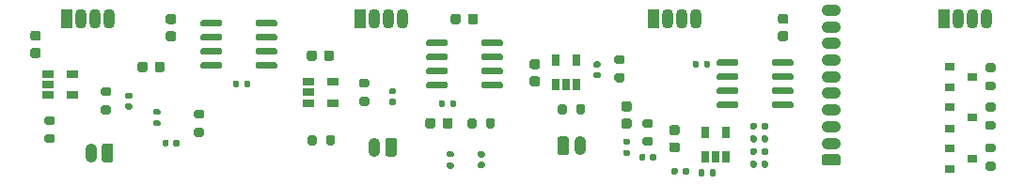
<source format=gbr>
G04 #@! TF.GenerationSoftware,KiCad,Pcbnew,(5.1.9)-1*
G04 #@! TF.CreationDate,2021-02-09T21:25:51+02:00*
G04 #@! TF.ProjectId,jantteri-secondary,6a616e74-7465-4726-992d-7365636f6e64,rev?*
G04 #@! TF.SameCoordinates,Original*
G04 #@! TF.FileFunction,Soldermask,Top*
G04 #@! TF.FilePolarity,Negative*
%FSLAX46Y46*%
G04 Gerber Fmt 4.6, Leading zero omitted, Abs format (unit mm)*
G04 Created by KiCad (PCBNEW (5.1.9)-1) date 2021-02-09 21:25:51*
%MOMM*%
%LPD*%
G01*
G04 APERTURE LIST*
%ADD10O,1.070000X1.800000*%
%ADD11R,1.070000X1.800000*%
%ADD12R,0.900000X0.800000*%
%ADD13R,1.060000X0.650000*%
%ADD14R,0.650000X1.060000*%
%ADD15O,1.030000X1.730000*%
%ADD16O,1.730000X1.030000*%
G04 APERTURE END LIST*
D10*
X111506000Y-67564000D03*
X110236000Y-67564000D03*
X108966000Y-67564000D03*
D11*
X107696000Y-67564000D03*
G36*
G01*
X60282000Y-74198000D02*
X60622000Y-74198000D01*
G75*
G02*
X60762000Y-74338000I0J-140000D01*
G01*
X60762000Y-74618000D01*
G75*
G02*
X60622000Y-74758000I-140000J0D01*
G01*
X60282000Y-74758000D01*
G75*
G02*
X60142000Y-74618000I0J140000D01*
G01*
X60142000Y-74338000D01*
G75*
G02*
X60282000Y-74198000I140000J0D01*
G01*
G37*
G36*
G01*
X60282000Y-75158000D02*
X60622000Y-75158000D01*
G75*
G02*
X60762000Y-75298000I0J-140000D01*
G01*
X60762000Y-75578000D01*
G75*
G02*
X60622000Y-75718000I-140000J0D01*
G01*
X60282000Y-75718000D01*
G75*
G02*
X60142000Y-75578000I0J140000D01*
G01*
X60142000Y-75298000D01*
G75*
G02*
X60282000Y-75158000I140000J0D01*
G01*
G37*
G36*
G01*
X52320000Y-71075000D02*
X51820000Y-71075000D01*
G75*
G02*
X51595000Y-70850000I0J225000D01*
G01*
X51595000Y-70400000D01*
G75*
G02*
X51820000Y-70175000I225000J0D01*
G01*
X52320000Y-70175000D01*
G75*
G02*
X52545000Y-70400000I0J-225000D01*
G01*
X52545000Y-70850000D01*
G75*
G02*
X52320000Y-71075000I-225000J0D01*
G01*
G37*
G36*
G01*
X52320000Y-69525000D02*
X51820000Y-69525000D01*
G75*
G02*
X51595000Y-69300000I0J225000D01*
G01*
X51595000Y-68850000D01*
G75*
G02*
X51820000Y-68625000I225000J0D01*
G01*
X52320000Y-68625000D01*
G75*
G02*
X52545000Y-68850000I0J-225000D01*
G01*
X52545000Y-69300000D01*
G75*
G02*
X52320000Y-69525000I-225000J0D01*
G01*
G37*
G36*
G01*
X63696000Y-71632000D02*
X63696000Y-72132000D01*
G75*
G02*
X63471000Y-72357000I-225000J0D01*
G01*
X63021000Y-72357000D01*
G75*
G02*
X62796000Y-72132000I0J225000D01*
G01*
X62796000Y-71632000D01*
G75*
G02*
X63021000Y-71407000I225000J0D01*
G01*
X63471000Y-71407000D01*
G75*
G02*
X63696000Y-71632000I0J-225000D01*
G01*
G37*
G36*
G01*
X62146000Y-71632000D02*
X62146000Y-72132000D01*
G75*
G02*
X61921000Y-72357000I-225000J0D01*
G01*
X61471000Y-72357000D01*
G75*
G02*
X61246000Y-72132000I0J225000D01*
G01*
X61246000Y-71632000D01*
G75*
G02*
X61471000Y-71407000I225000J0D01*
G01*
X61921000Y-71407000D01*
G75*
G02*
X62146000Y-71632000I0J-225000D01*
G01*
G37*
G36*
G01*
X65022000Y-78570000D02*
X65022000Y-78910000D01*
G75*
G02*
X64882000Y-79050000I-140000J0D01*
G01*
X64602000Y-79050000D01*
G75*
G02*
X64462000Y-78910000I0J140000D01*
G01*
X64462000Y-78570000D01*
G75*
G02*
X64602000Y-78430000I140000J0D01*
G01*
X64882000Y-78430000D01*
G75*
G02*
X65022000Y-78570000I0J-140000D01*
G01*
G37*
G36*
G01*
X64062000Y-78570000D02*
X64062000Y-78910000D01*
G75*
G02*
X63922000Y-79050000I-140000J0D01*
G01*
X63642000Y-79050000D01*
G75*
G02*
X63502000Y-78910000I0J140000D01*
G01*
X63502000Y-78570000D01*
G75*
G02*
X63642000Y-78430000I140000J0D01*
G01*
X63922000Y-78430000D01*
G75*
G02*
X64062000Y-78570000I0J-140000D01*
G01*
G37*
G36*
G01*
X64512000Y-69564000D02*
X64012000Y-69564000D01*
G75*
G02*
X63787000Y-69339000I0J225000D01*
G01*
X63787000Y-68889000D01*
G75*
G02*
X64012000Y-68664000I225000J0D01*
G01*
X64512000Y-68664000D01*
G75*
G02*
X64737000Y-68889000I0J-225000D01*
G01*
X64737000Y-69339000D01*
G75*
G02*
X64512000Y-69564000I-225000J0D01*
G01*
G37*
G36*
G01*
X64512000Y-68014000D02*
X64012000Y-68014000D01*
G75*
G02*
X63787000Y-67789000I0J225000D01*
G01*
X63787000Y-67339000D01*
G75*
G02*
X64012000Y-67114000I225000J0D01*
G01*
X64512000Y-67114000D01*
G75*
G02*
X64737000Y-67339000I0J-225000D01*
G01*
X64737000Y-67789000D01*
G75*
G02*
X64512000Y-68014000I-225000J0D01*
G01*
G37*
G36*
G01*
X109851000Y-78034000D02*
X109351000Y-78034000D01*
G75*
G02*
X109126000Y-77809000I0J225000D01*
G01*
X109126000Y-77359000D01*
G75*
G02*
X109351000Y-77134000I225000J0D01*
G01*
X109851000Y-77134000D01*
G75*
G02*
X110076000Y-77359000I0J-225000D01*
G01*
X110076000Y-77809000D01*
G75*
G02*
X109851000Y-78034000I-225000J0D01*
G01*
G37*
G36*
G01*
X109851000Y-79584000D02*
X109351000Y-79584000D01*
G75*
G02*
X109126000Y-79359000I0J225000D01*
G01*
X109126000Y-78909000D01*
G75*
G02*
X109351000Y-78684000I225000J0D01*
G01*
X109851000Y-78684000D01*
G75*
G02*
X110076000Y-78909000I0J-225000D01*
G01*
X110076000Y-79359000D01*
G75*
G02*
X109851000Y-79584000I-225000J0D01*
G01*
G37*
G36*
G01*
X84031000Y-74749000D02*
X84371000Y-74749000D01*
G75*
G02*
X84511000Y-74889000I0J-140000D01*
G01*
X84511000Y-75169000D01*
G75*
G02*
X84371000Y-75309000I-140000J0D01*
G01*
X84031000Y-75309000D01*
G75*
G02*
X83891000Y-75169000I0J140000D01*
G01*
X83891000Y-74889000D01*
G75*
G02*
X84031000Y-74749000I140000J0D01*
G01*
G37*
G36*
G01*
X84031000Y-73789000D02*
X84371000Y-73789000D01*
G75*
G02*
X84511000Y-73929000I0J-140000D01*
G01*
X84511000Y-74209000D01*
G75*
G02*
X84371000Y-74349000I-140000J0D01*
G01*
X84031000Y-74349000D01*
G75*
G02*
X83891000Y-74209000I0J140000D01*
G01*
X83891000Y-73929000D01*
G75*
G02*
X84031000Y-73789000I140000J0D01*
G01*
G37*
G36*
G01*
X77386000Y-70616000D02*
X77386000Y-71116000D01*
G75*
G02*
X77161000Y-71341000I-225000J0D01*
G01*
X76711000Y-71341000D01*
G75*
G02*
X76486000Y-71116000I0J225000D01*
G01*
X76486000Y-70616000D01*
G75*
G02*
X76711000Y-70391000I225000J0D01*
G01*
X77161000Y-70391000D01*
G75*
G02*
X77386000Y-70616000I0J-225000D01*
G01*
G37*
G36*
G01*
X78936000Y-70616000D02*
X78936000Y-71116000D01*
G75*
G02*
X78711000Y-71341000I-225000J0D01*
G01*
X78261000Y-71341000D01*
G75*
G02*
X78036000Y-71116000I0J225000D01*
G01*
X78036000Y-70616000D01*
G75*
G02*
X78261000Y-70391000I225000J0D01*
G01*
X78711000Y-70391000D01*
G75*
G02*
X78936000Y-70616000I0J-225000D01*
G01*
G37*
G36*
G01*
X89617000Y-76712000D02*
X89617000Y-77212000D01*
G75*
G02*
X89392000Y-77437000I-225000J0D01*
G01*
X88942000Y-77437000D01*
G75*
G02*
X88717000Y-77212000I0J225000D01*
G01*
X88717000Y-76712000D01*
G75*
G02*
X88942000Y-76487000I225000J0D01*
G01*
X89392000Y-76487000D01*
G75*
G02*
X89617000Y-76712000I0J-225000D01*
G01*
G37*
G36*
G01*
X88067000Y-76712000D02*
X88067000Y-77212000D01*
G75*
G02*
X87842000Y-77437000I-225000J0D01*
G01*
X87392000Y-77437000D01*
G75*
G02*
X87167000Y-77212000I0J225000D01*
G01*
X87167000Y-76712000D01*
G75*
G02*
X87392000Y-76487000I225000J0D01*
G01*
X87842000Y-76487000D01*
G75*
G02*
X88067000Y-76712000I0J-225000D01*
G01*
G37*
G36*
G01*
X92032000Y-80436000D02*
X92372000Y-80436000D01*
G75*
G02*
X92512000Y-80576000I0J-140000D01*
G01*
X92512000Y-80856000D01*
G75*
G02*
X92372000Y-80996000I-140000J0D01*
G01*
X92032000Y-80996000D01*
G75*
G02*
X91892000Y-80856000I0J140000D01*
G01*
X91892000Y-80576000D01*
G75*
G02*
X92032000Y-80436000I140000J0D01*
G01*
G37*
G36*
G01*
X92032000Y-79476000D02*
X92372000Y-79476000D01*
G75*
G02*
X92512000Y-79616000I0J-140000D01*
G01*
X92512000Y-79896000D01*
G75*
G02*
X92372000Y-80036000I-140000J0D01*
G01*
X92032000Y-80036000D01*
G75*
G02*
X91892000Y-79896000I0J140000D01*
G01*
X91892000Y-79616000D01*
G75*
G02*
X92032000Y-79476000I140000J0D01*
G01*
G37*
G36*
G01*
X91003000Y-67814000D02*
X91003000Y-67314000D01*
G75*
G02*
X91228000Y-67089000I225000J0D01*
G01*
X91678000Y-67089000D01*
G75*
G02*
X91903000Y-67314000I0J-225000D01*
G01*
X91903000Y-67814000D01*
G75*
G02*
X91678000Y-68039000I-225000J0D01*
G01*
X91228000Y-68039000D01*
G75*
G02*
X91003000Y-67814000I0J225000D01*
G01*
G37*
G36*
G01*
X89453000Y-67814000D02*
X89453000Y-67314000D01*
G75*
G02*
X89678000Y-67089000I225000J0D01*
G01*
X90128000Y-67089000D01*
G75*
G02*
X90353000Y-67314000I0J-225000D01*
G01*
X90353000Y-67814000D01*
G75*
G02*
X90128000Y-68039000I-225000J0D01*
G01*
X89678000Y-68039000D01*
G75*
G02*
X89453000Y-67814000I0J225000D01*
G01*
G37*
G36*
G01*
X102446000Y-72336000D02*
X102786000Y-72336000D01*
G75*
G02*
X102926000Y-72476000I0J-140000D01*
G01*
X102926000Y-72756000D01*
G75*
G02*
X102786000Y-72896000I-140000J0D01*
G01*
X102446000Y-72896000D01*
G75*
G02*
X102306000Y-72756000I0J140000D01*
G01*
X102306000Y-72476000D01*
G75*
G02*
X102446000Y-72336000I140000J0D01*
G01*
G37*
G36*
G01*
X102446000Y-71376000D02*
X102786000Y-71376000D01*
G75*
G02*
X102926000Y-71516000I0J-140000D01*
G01*
X102926000Y-71796000D01*
G75*
G02*
X102786000Y-71936000I-140000J0D01*
G01*
X102446000Y-71936000D01*
G75*
G02*
X102306000Y-71796000I0J140000D01*
G01*
X102306000Y-71516000D01*
G75*
G02*
X102446000Y-71376000I140000J0D01*
G01*
G37*
G36*
G01*
X96778000Y-72728000D02*
X97278000Y-72728000D01*
G75*
G02*
X97503000Y-72953000I0J-225000D01*
G01*
X97503000Y-73403000D01*
G75*
G02*
X97278000Y-73628000I-225000J0D01*
G01*
X96778000Y-73628000D01*
G75*
G02*
X96553000Y-73403000I0J225000D01*
G01*
X96553000Y-72953000D01*
G75*
G02*
X96778000Y-72728000I225000J0D01*
G01*
G37*
G36*
G01*
X96778000Y-71178000D02*
X97278000Y-71178000D01*
G75*
G02*
X97503000Y-71403000I0J-225000D01*
G01*
X97503000Y-71853000D01*
G75*
G02*
X97278000Y-72078000I-225000J0D01*
G01*
X96778000Y-72078000D01*
G75*
G02*
X96553000Y-71853000I0J225000D01*
G01*
X96553000Y-71403000D01*
G75*
G02*
X96778000Y-71178000I225000J0D01*
G01*
G37*
G36*
G01*
X105533000Y-75888000D02*
X105033000Y-75888000D01*
G75*
G02*
X104808000Y-75663000I0J225000D01*
G01*
X104808000Y-75213000D01*
G75*
G02*
X105033000Y-74988000I225000J0D01*
G01*
X105533000Y-74988000D01*
G75*
G02*
X105758000Y-75213000I0J-225000D01*
G01*
X105758000Y-75663000D01*
G75*
G02*
X105533000Y-75888000I-225000J0D01*
G01*
G37*
G36*
G01*
X105533000Y-77438000D02*
X105033000Y-77438000D01*
G75*
G02*
X104808000Y-77213000I0J225000D01*
G01*
X104808000Y-76763000D01*
G75*
G02*
X105033000Y-76538000I225000J0D01*
G01*
X105533000Y-76538000D01*
G75*
G02*
X105758000Y-76763000I0J-225000D01*
G01*
X105758000Y-77213000D01*
G75*
G02*
X105533000Y-77438000I-225000J0D01*
G01*
G37*
G36*
G01*
X107948000Y-79840000D02*
X107948000Y-80180000D01*
G75*
G02*
X107808000Y-80320000I-140000J0D01*
G01*
X107528000Y-80320000D01*
G75*
G02*
X107388000Y-80180000I0J140000D01*
G01*
X107388000Y-79840000D01*
G75*
G02*
X107528000Y-79700000I140000J0D01*
G01*
X107808000Y-79700000D01*
G75*
G02*
X107948000Y-79840000I0J-140000D01*
G01*
G37*
G36*
G01*
X106988000Y-79840000D02*
X106988000Y-80180000D01*
G75*
G02*
X106848000Y-80320000I-140000J0D01*
G01*
X106568000Y-80320000D01*
G75*
G02*
X106428000Y-80180000I0J140000D01*
G01*
X106428000Y-79840000D01*
G75*
G02*
X106568000Y-79700000I140000J0D01*
G01*
X106848000Y-79700000D01*
G75*
G02*
X106988000Y-79840000I0J-140000D01*
G01*
G37*
G36*
G01*
X119630000Y-69551000D02*
X119130000Y-69551000D01*
G75*
G02*
X118905000Y-69326000I0J225000D01*
G01*
X118905000Y-68876000D01*
G75*
G02*
X119130000Y-68651000I225000J0D01*
G01*
X119630000Y-68651000D01*
G75*
G02*
X119855000Y-68876000I0J-225000D01*
G01*
X119855000Y-69326000D01*
G75*
G02*
X119630000Y-69551000I-225000J0D01*
G01*
G37*
G36*
G01*
X119630000Y-68001000D02*
X119130000Y-68001000D01*
G75*
G02*
X118905000Y-67776000I0J225000D01*
G01*
X118905000Y-67326000D01*
G75*
G02*
X119130000Y-67101000I225000J0D01*
G01*
X119630000Y-67101000D01*
G75*
G02*
X119855000Y-67326000I0J-225000D01*
G01*
X119855000Y-67776000D01*
G75*
G02*
X119630000Y-68001000I-225000J0D01*
G01*
G37*
X54864000Y-67564000D03*
D10*
X56134000Y-67564000D03*
X57404000Y-67564000D03*
X58674000Y-67564000D03*
D11*
X133858000Y-67564000D03*
D10*
X135128000Y-67564000D03*
X136398000Y-67564000D03*
X137668000Y-67564000D03*
X85090000Y-67564000D03*
X83820000Y-67564000D03*
X82550000Y-67564000D03*
D11*
X81280000Y-67564000D03*
D12*
X134382000Y-71821000D03*
X134382000Y-73721000D03*
X136382000Y-72771000D03*
X136382000Y-80137000D03*
X134382000Y-81087000D03*
X134382000Y-79187000D03*
X134382000Y-75504000D03*
X134382000Y-77404000D03*
X136382000Y-76454000D03*
G36*
G01*
X53065000Y-76308000D02*
X53615000Y-76308000D01*
G75*
G02*
X53815000Y-76508000I0J-200000D01*
G01*
X53815000Y-76908000D01*
G75*
G02*
X53615000Y-77108000I-200000J0D01*
G01*
X53065000Y-77108000D01*
G75*
G02*
X52865000Y-76908000I0J200000D01*
G01*
X52865000Y-76508000D01*
G75*
G02*
X53065000Y-76308000I200000J0D01*
G01*
G37*
G36*
G01*
X53065000Y-77958000D02*
X53615000Y-77958000D01*
G75*
G02*
X53815000Y-78158000I0J-200000D01*
G01*
X53815000Y-78558000D01*
G75*
G02*
X53615000Y-78758000I-200000J0D01*
G01*
X53065000Y-78758000D01*
G75*
G02*
X52865000Y-78558000I0J200000D01*
G01*
X52865000Y-78158000D01*
G75*
G02*
X53065000Y-77958000I200000J0D01*
G01*
G37*
G36*
G01*
X67077000Y-78187000D02*
X66527000Y-78187000D01*
G75*
G02*
X66327000Y-77987000I0J200000D01*
G01*
X66327000Y-77587000D01*
G75*
G02*
X66527000Y-77387000I200000J0D01*
G01*
X67077000Y-77387000D01*
G75*
G02*
X67277000Y-77587000I0J-200000D01*
G01*
X67277000Y-77987000D01*
G75*
G02*
X67077000Y-78187000I-200000J0D01*
G01*
G37*
G36*
G01*
X67077000Y-76537000D02*
X66527000Y-76537000D01*
G75*
G02*
X66327000Y-76337000I0J200000D01*
G01*
X66327000Y-75937000D01*
G75*
G02*
X66527000Y-75737000I200000J0D01*
G01*
X67077000Y-75737000D01*
G75*
G02*
X67277000Y-75937000I0J-200000D01*
G01*
X67277000Y-76337000D01*
G75*
G02*
X67077000Y-76537000I-200000J0D01*
G01*
G37*
G36*
G01*
X110349000Y-81465000D02*
X110349000Y-81095000D01*
G75*
G02*
X110484000Y-80960000I135000J0D01*
G01*
X110754000Y-80960000D01*
G75*
G02*
X110889000Y-81095000I0J-135000D01*
G01*
X110889000Y-81465000D01*
G75*
G02*
X110754000Y-81600000I-135000J0D01*
G01*
X110484000Y-81600000D01*
G75*
G02*
X110349000Y-81465000I0J135000D01*
G01*
G37*
G36*
G01*
X109329000Y-81465000D02*
X109329000Y-81095000D01*
G75*
G02*
X109464000Y-80960000I135000J0D01*
G01*
X109734000Y-80960000D01*
G75*
G02*
X109869000Y-81095000I0J-135000D01*
G01*
X109869000Y-81465000D01*
G75*
G02*
X109734000Y-81600000I-135000J0D01*
G01*
X109464000Y-81600000D01*
G75*
G02*
X109329000Y-81465000I0J135000D01*
G01*
G37*
G36*
G01*
X112764000Y-81592000D02*
X112764000Y-81222000D01*
G75*
G02*
X112899000Y-81087000I135000J0D01*
G01*
X113169000Y-81087000D01*
G75*
G02*
X113304000Y-81222000I0J-135000D01*
G01*
X113304000Y-81592000D01*
G75*
G02*
X113169000Y-81727000I-135000J0D01*
G01*
X112899000Y-81727000D01*
G75*
G02*
X112764000Y-81592000I0J135000D01*
G01*
G37*
G36*
G01*
X111744000Y-81592000D02*
X111744000Y-81222000D01*
G75*
G02*
X111879000Y-81087000I135000J0D01*
G01*
X112149000Y-81087000D01*
G75*
G02*
X112284000Y-81222000I0J-135000D01*
G01*
X112284000Y-81592000D01*
G75*
G02*
X112149000Y-81727000I-135000J0D01*
G01*
X111879000Y-81727000D01*
G75*
G02*
X111744000Y-81592000I0J135000D01*
G01*
G37*
G36*
G01*
X117461000Y-80830000D02*
X117461000Y-80460000D01*
G75*
G02*
X117596000Y-80325000I135000J0D01*
G01*
X117866000Y-80325000D01*
G75*
G02*
X118001000Y-80460000I0J-135000D01*
G01*
X118001000Y-80830000D01*
G75*
G02*
X117866000Y-80965000I-135000J0D01*
G01*
X117596000Y-80965000D01*
G75*
G02*
X117461000Y-80830000I0J135000D01*
G01*
G37*
G36*
G01*
X116441000Y-80830000D02*
X116441000Y-80460000D01*
G75*
G02*
X116576000Y-80325000I135000J0D01*
G01*
X116846000Y-80325000D01*
G75*
G02*
X116981000Y-80460000I0J-135000D01*
G01*
X116981000Y-80830000D01*
G75*
G02*
X116846000Y-80965000I-135000J0D01*
G01*
X116576000Y-80965000D01*
G75*
G02*
X116441000Y-80830000I0J135000D01*
G01*
G37*
G36*
G01*
X118001000Y-79317000D02*
X118001000Y-79687000D01*
G75*
G02*
X117866000Y-79822000I-135000J0D01*
G01*
X117596000Y-79822000D01*
G75*
G02*
X117461000Y-79687000I0J135000D01*
G01*
X117461000Y-79317000D01*
G75*
G02*
X117596000Y-79182000I135000J0D01*
G01*
X117866000Y-79182000D01*
G75*
G02*
X118001000Y-79317000I0J-135000D01*
G01*
G37*
G36*
G01*
X116981000Y-79317000D02*
X116981000Y-79687000D01*
G75*
G02*
X116846000Y-79822000I-135000J0D01*
G01*
X116576000Y-79822000D01*
G75*
G02*
X116441000Y-79687000I0J135000D01*
G01*
X116441000Y-79317000D01*
G75*
G02*
X116576000Y-79182000I135000J0D01*
G01*
X116846000Y-79182000D01*
G75*
G02*
X116981000Y-79317000I0J-135000D01*
G01*
G37*
G36*
G01*
X116441000Y-78544000D02*
X116441000Y-78174000D01*
G75*
G02*
X116576000Y-78039000I135000J0D01*
G01*
X116846000Y-78039000D01*
G75*
G02*
X116981000Y-78174000I0J-135000D01*
G01*
X116981000Y-78544000D01*
G75*
G02*
X116846000Y-78679000I-135000J0D01*
G01*
X116576000Y-78679000D01*
G75*
G02*
X116441000Y-78544000I0J135000D01*
G01*
G37*
G36*
G01*
X117461000Y-78544000D02*
X117461000Y-78174000D01*
G75*
G02*
X117596000Y-78039000I135000J0D01*
G01*
X117866000Y-78039000D01*
G75*
G02*
X118001000Y-78174000I0J-135000D01*
G01*
X118001000Y-78544000D01*
G75*
G02*
X117866000Y-78679000I-135000J0D01*
G01*
X117596000Y-78679000D01*
G75*
G02*
X117461000Y-78544000I0J135000D01*
G01*
G37*
G36*
G01*
X116981000Y-77031000D02*
X116981000Y-77401000D01*
G75*
G02*
X116846000Y-77536000I-135000J0D01*
G01*
X116576000Y-77536000D01*
G75*
G02*
X116441000Y-77401000I0J135000D01*
G01*
X116441000Y-77031000D01*
G75*
G02*
X116576000Y-76896000I135000J0D01*
G01*
X116846000Y-76896000D01*
G75*
G02*
X116981000Y-77031000I0J-135000D01*
G01*
G37*
G36*
G01*
X118001000Y-77031000D02*
X118001000Y-77401000D01*
G75*
G02*
X117866000Y-77536000I-135000J0D01*
G01*
X117596000Y-77536000D01*
G75*
G02*
X117461000Y-77401000I0J135000D01*
G01*
X117461000Y-77031000D01*
G75*
G02*
X117596000Y-76896000I135000J0D01*
G01*
X117866000Y-76896000D01*
G75*
G02*
X118001000Y-77031000I0J-135000D01*
G01*
G37*
G36*
G01*
X78212000Y-78761000D02*
X78212000Y-78211000D01*
G75*
G02*
X78412000Y-78011000I200000J0D01*
G01*
X78812000Y-78011000D01*
G75*
G02*
X79012000Y-78211000I0J-200000D01*
G01*
X79012000Y-78761000D01*
G75*
G02*
X78812000Y-78961000I-200000J0D01*
G01*
X78412000Y-78961000D01*
G75*
G02*
X78212000Y-78761000I0J200000D01*
G01*
G37*
G36*
G01*
X76562000Y-78761000D02*
X76562000Y-78211000D01*
G75*
G02*
X76762000Y-78011000I200000J0D01*
G01*
X77162000Y-78011000D01*
G75*
G02*
X77362000Y-78211000I0J-200000D01*
G01*
X77362000Y-78761000D01*
G75*
G02*
X77162000Y-78961000I-200000J0D01*
G01*
X76762000Y-78961000D01*
G75*
G02*
X76562000Y-78761000I0J200000D01*
G01*
G37*
G36*
G01*
X91777000Y-76687000D02*
X91777000Y-77237000D01*
G75*
G02*
X91577000Y-77437000I-200000J0D01*
G01*
X91177000Y-77437000D01*
G75*
G02*
X90977000Y-77237000I0J200000D01*
G01*
X90977000Y-76687000D01*
G75*
G02*
X91177000Y-76487000I200000J0D01*
G01*
X91577000Y-76487000D01*
G75*
G02*
X91777000Y-76687000I0J-200000D01*
G01*
G37*
G36*
G01*
X93427000Y-76687000D02*
X93427000Y-77237000D01*
G75*
G02*
X93227000Y-77437000I-200000J0D01*
G01*
X92827000Y-77437000D01*
G75*
G02*
X92627000Y-77237000I0J200000D01*
G01*
X92627000Y-76687000D01*
G75*
G02*
X92827000Y-76487000I200000J0D01*
G01*
X93227000Y-76487000D01*
G75*
G02*
X93427000Y-76687000I0J-200000D01*
G01*
G37*
G36*
G01*
X101555000Y-75417000D02*
X101555000Y-75967000D01*
G75*
G02*
X101355000Y-76167000I-200000J0D01*
G01*
X100955000Y-76167000D01*
G75*
G02*
X100755000Y-75967000I0J200000D01*
G01*
X100755000Y-75417000D01*
G75*
G02*
X100955000Y-75217000I200000J0D01*
G01*
X101355000Y-75217000D01*
G75*
G02*
X101555000Y-75417000I0J-200000D01*
G01*
G37*
G36*
G01*
X99905000Y-75417000D02*
X99905000Y-75967000D01*
G75*
G02*
X99705000Y-76167000I-200000J0D01*
G01*
X99305000Y-76167000D01*
G75*
G02*
X99105000Y-75967000I0J200000D01*
G01*
X99105000Y-75417000D01*
G75*
G02*
X99305000Y-75217000I200000J0D01*
G01*
X99705000Y-75217000D01*
G75*
G02*
X99905000Y-75417000I0J-200000D01*
G01*
G37*
G36*
G01*
X106913000Y-78212000D02*
X107463000Y-78212000D01*
G75*
G02*
X107663000Y-78412000I0J-200000D01*
G01*
X107663000Y-78812000D01*
G75*
G02*
X107463000Y-79012000I-200000J0D01*
G01*
X106913000Y-79012000D01*
G75*
G02*
X106713000Y-78812000I0J200000D01*
G01*
X106713000Y-78412000D01*
G75*
G02*
X106913000Y-78212000I200000J0D01*
G01*
G37*
G36*
G01*
X106913000Y-76562000D02*
X107463000Y-76562000D01*
G75*
G02*
X107663000Y-76762000I0J-200000D01*
G01*
X107663000Y-77162000D01*
G75*
G02*
X107463000Y-77362000I-200000J0D01*
G01*
X106913000Y-77362000D01*
G75*
G02*
X106713000Y-77162000I0J200000D01*
G01*
X106713000Y-76762000D01*
G75*
G02*
X106913000Y-76562000I200000J0D01*
G01*
G37*
D13*
X55372000Y-72522000D03*
X55372000Y-74422000D03*
X53172000Y-74422000D03*
X53172000Y-73472000D03*
X53172000Y-72522000D03*
G36*
G01*
X73808000Y-71605000D02*
X73808000Y-71905000D01*
G75*
G02*
X73658000Y-72055000I-150000J0D01*
G01*
X72008000Y-72055000D01*
G75*
G02*
X71858000Y-71905000I0J150000D01*
G01*
X71858000Y-71605000D01*
G75*
G02*
X72008000Y-71455000I150000J0D01*
G01*
X73658000Y-71455000D01*
G75*
G02*
X73808000Y-71605000I0J-150000D01*
G01*
G37*
G36*
G01*
X73808000Y-70335000D02*
X73808000Y-70635000D01*
G75*
G02*
X73658000Y-70785000I-150000J0D01*
G01*
X72008000Y-70785000D01*
G75*
G02*
X71858000Y-70635000I0J150000D01*
G01*
X71858000Y-70335000D01*
G75*
G02*
X72008000Y-70185000I150000J0D01*
G01*
X73658000Y-70185000D01*
G75*
G02*
X73808000Y-70335000I0J-150000D01*
G01*
G37*
G36*
G01*
X73808000Y-69065000D02*
X73808000Y-69365000D01*
G75*
G02*
X73658000Y-69515000I-150000J0D01*
G01*
X72008000Y-69515000D01*
G75*
G02*
X71858000Y-69365000I0J150000D01*
G01*
X71858000Y-69065000D01*
G75*
G02*
X72008000Y-68915000I150000J0D01*
G01*
X73658000Y-68915000D01*
G75*
G02*
X73808000Y-69065000I0J-150000D01*
G01*
G37*
G36*
G01*
X73808000Y-67795000D02*
X73808000Y-68095000D01*
G75*
G02*
X73658000Y-68245000I-150000J0D01*
G01*
X72008000Y-68245000D01*
G75*
G02*
X71858000Y-68095000I0J150000D01*
G01*
X71858000Y-67795000D01*
G75*
G02*
X72008000Y-67645000I150000J0D01*
G01*
X73658000Y-67645000D01*
G75*
G02*
X73808000Y-67795000I0J-150000D01*
G01*
G37*
G36*
G01*
X68858000Y-67795000D02*
X68858000Y-68095000D01*
G75*
G02*
X68708000Y-68245000I-150000J0D01*
G01*
X67058000Y-68245000D01*
G75*
G02*
X66908000Y-68095000I0J150000D01*
G01*
X66908000Y-67795000D01*
G75*
G02*
X67058000Y-67645000I150000J0D01*
G01*
X68708000Y-67645000D01*
G75*
G02*
X68858000Y-67795000I0J-150000D01*
G01*
G37*
G36*
G01*
X68858000Y-69065000D02*
X68858000Y-69365000D01*
G75*
G02*
X68708000Y-69515000I-150000J0D01*
G01*
X67058000Y-69515000D01*
G75*
G02*
X66908000Y-69365000I0J150000D01*
G01*
X66908000Y-69065000D01*
G75*
G02*
X67058000Y-68915000I150000J0D01*
G01*
X68708000Y-68915000D01*
G75*
G02*
X68858000Y-69065000I0J-150000D01*
G01*
G37*
G36*
G01*
X68858000Y-70335000D02*
X68858000Y-70635000D01*
G75*
G02*
X68708000Y-70785000I-150000J0D01*
G01*
X67058000Y-70785000D01*
G75*
G02*
X66908000Y-70635000I0J150000D01*
G01*
X66908000Y-70335000D01*
G75*
G02*
X67058000Y-70185000I150000J0D01*
G01*
X68708000Y-70185000D01*
G75*
G02*
X68858000Y-70335000I0J-150000D01*
G01*
G37*
G36*
G01*
X68858000Y-71605000D02*
X68858000Y-71905000D01*
G75*
G02*
X68708000Y-72055000I-150000J0D01*
G01*
X67058000Y-72055000D01*
G75*
G02*
X66908000Y-71905000I0J150000D01*
G01*
X66908000Y-71605000D01*
G75*
G02*
X67058000Y-71455000I150000J0D01*
G01*
X68708000Y-71455000D01*
G75*
G02*
X68858000Y-71605000I0J-150000D01*
G01*
G37*
D14*
X112334000Y-79967000D03*
X113284000Y-79967000D03*
X114234000Y-79967000D03*
X114234000Y-77767000D03*
X112334000Y-77767000D03*
D13*
X76624000Y-73218000D03*
X76624000Y-74168000D03*
X76624000Y-75118000D03*
X78824000Y-75118000D03*
X78824000Y-73218000D03*
G36*
G01*
X89178000Y-73383000D02*
X89178000Y-73683000D01*
G75*
G02*
X89028000Y-73833000I-150000J0D01*
G01*
X87378000Y-73833000D01*
G75*
G02*
X87228000Y-73683000I0J150000D01*
G01*
X87228000Y-73383000D01*
G75*
G02*
X87378000Y-73233000I150000J0D01*
G01*
X89028000Y-73233000D01*
G75*
G02*
X89178000Y-73383000I0J-150000D01*
G01*
G37*
G36*
G01*
X89178000Y-72113000D02*
X89178000Y-72413000D01*
G75*
G02*
X89028000Y-72563000I-150000J0D01*
G01*
X87378000Y-72563000D01*
G75*
G02*
X87228000Y-72413000I0J150000D01*
G01*
X87228000Y-72113000D01*
G75*
G02*
X87378000Y-71963000I150000J0D01*
G01*
X89028000Y-71963000D01*
G75*
G02*
X89178000Y-72113000I0J-150000D01*
G01*
G37*
G36*
G01*
X89178000Y-70843000D02*
X89178000Y-71143000D01*
G75*
G02*
X89028000Y-71293000I-150000J0D01*
G01*
X87378000Y-71293000D01*
G75*
G02*
X87228000Y-71143000I0J150000D01*
G01*
X87228000Y-70843000D01*
G75*
G02*
X87378000Y-70693000I150000J0D01*
G01*
X89028000Y-70693000D01*
G75*
G02*
X89178000Y-70843000I0J-150000D01*
G01*
G37*
G36*
G01*
X89178000Y-69573000D02*
X89178000Y-69873000D01*
G75*
G02*
X89028000Y-70023000I-150000J0D01*
G01*
X87378000Y-70023000D01*
G75*
G02*
X87228000Y-69873000I0J150000D01*
G01*
X87228000Y-69573000D01*
G75*
G02*
X87378000Y-69423000I150000J0D01*
G01*
X89028000Y-69423000D01*
G75*
G02*
X89178000Y-69573000I0J-150000D01*
G01*
G37*
G36*
G01*
X94128000Y-69573000D02*
X94128000Y-69873000D01*
G75*
G02*
X93978000Y-70023000I-150000J0D01*
G01*
X92328000Y-70023000D01*
G75*
G02*
X92178000Y-69873000I0J150000D01*
G01*
X92178000Y-69573000D01*
G75*
G02*
X92328000Y-69423000I150000J0D01*
G01*
X93978000Y-69423000D01*
G75*
G02*
X94128000Y-69573000I0J-150000D01*
G01*
G37*
G36*
G01*
X94128000Y-70843000D02*
X94128000Y-71143000D01*
G75*
G02*
X93978000Y-71293000I-150000J0D01*
G01*
X92328000Y-71293000D01*
G75*
G02*
X92178000Y-71143000I0J150000D01*
G01*
X92178000Y-70843000D01*
G75*
G02*
X92328000Y-70693000I150000J0D01*
G01*
X93978000Y-70693000D01*
G75*
G02*
X94128000Y-70843000I0J-150000D01*
G01*
G37*
G36*
G01*
X94128000Y-72113000D02*
X94128000Y-72413000D01*
G75*
G02*
X93978000Y-72563000I-150000J0D01*
G01*
X92328000Y-72563000D01*
G75*
G02*
X92178000Y-72413000I0J150000D01*
G01*
X92178000Y-72113000D01*
G75*
G02*
X92328000Y-71963000I150000J0D01*
G01*
X93978000Y-71963000D01*
G75*
G02*
X94128000Y-72113000I0J-150000D01*
G01*
G37*
G36*
G01*
X94128000Y-73383000D02*
X94128000Y-73683000D01*
G75*
G02*
X93978000Y-73833000I-150000J0D01*
G01*
X92328000Y-73833000D01*
G75*
G02*
X92178000Y-73683000I0J150000D01*
G01*
X92178000Y-73383000D01*
G75*
G02*
X92328000Y-73233000I150000J0D01*
G01*
X93978000Y-73233000D01*
G75*
G02*
X94128000Y-73383000I0J-150000D01*
G01*
G37*
D14*
X98872000Y-71290000D03*
X100772000Y-71290000D03*
X100772000Y-73490000D03*
X99822000Y-73490000D03*
X98872000Y-73490000D03*
G36*
G01*
X113390000Y-71651000D02*
X113390000Y-71351000D01*
G75*
G02*
X113540000Y-71201000I150000J0D01*
G01*
X115190000Y-71201000D01*
G75*
G02*
X115340000Y-71351000I0J-150000D01*
G01*
X115340000Y-71651000D01*
G75*
G02*
X115190000Y-71801000I-150000J0D01*
G01*
X113540000Y-71801000D01*
G75*
G02*
X113390000Y-71651000I0J150000D01*
G01*
G37*
G36*
G01*
X113390000Y-72921000D02*
X113390000Y-72621000D01*
G75*
G02*
X113540000Y-72471000I150000J0D01*
G01*
X115190000Y-72471000D01*
G75*
G02*
X115340000Y-72621000I0J-150000D01*
G01*
X115340000Y-72921000D01*
G75*
G02*
X115190000Y-73071000I-150000J0D01*
G01*
X113540000Y-73071000D01*
G75*
G02*
X113390000Y-72921000I0J150000D01*
G01*
G37*
G36*
G01*
X113390000Y-74191000D02*
X113390000Y-73891000D01*
G75*
G02*
X113540000Y-73741000I150000J0D01*
G01*
X115190000Y-73741000D01*
G75*
G02*
X115340000Y-73891000I0J-150000D01*
G01*
X115340000Y-74191000D01*
G75*
G02*
X115190000Y-74341000I-150000J0D01*
G01*
X113540000Y-74341000D01*
G75*
G02*
X113390000Y-74191000I0J150000D01*
G01*
G37*
G36*
G01*
X113390000Y-75461000D02*
X113390000Y-75161000D01*
G75*
G02*
X113540000Y-75011000I150000J0D01*
G01*
X115190000Y-75011000D01*
G75*
G02*
X115340000Y-75161000I0J-150000D01*
G01*
X115340000Y-75461000D01*
G75*
G02*
X115190000Y-75611000I-150000J0D01*
G01*
X113540000Y-75611000D01*
G75*
G02*
X113390000Y-75461000I0J150000D01*
G01*
G37*
G36*
G01*
X118340000Y-75461000D02*
X118340000Y-75161000D01*
G75*
G02*
X118490000Y-75011000I150000J0D01*
G01*
X120140000Y-75011000D01*
G75*
G02*
X120290000Y-75161000I0J-150000D01*
G01*
X120290000Y-75461000D01*
G75*
G02*
X120140000Y-75611000I-150000J0D01*
G01*
X118490000Y-75611000D01*
G75*
G02*
X118340000Y-75461000I0J150000D01*
G01*
G37*
G36*
G01*
X118340000Y-74191000D02*
X118340000Y-73891000D01*
G75*
G02*
X118490000Y-73741000I150000J0D01*
G01*
X120140000Y-73741000D01*
G75*
G02*
X120290000Y-73891000I0J-150000D01*
G01*
X120290000Y-74191000D01*
G75*
G02*
X120140000Y-74341000I-150000J0D01*
G01*
X118490000Y-74341000D01*
G75*
G02*
X118340000Y-74191000I0J150000D01*
G01*
G37*
G36*
G01*
X118340000Y-72921000D02*
X118340000Y-72621000D01*
G75*
G02*
X118490000Y-72471000I150000J0D01*
G01*
X120140000Y-72471000D01*
G75*
G02*
X120290000Y-72621000I0J-150000D01*
G01*
X120290000Y-72921000D01*
G75*
G02*
X120140000Y-73071000I-150000J0D01*
G01*
X118490000Y-73071000D01*
G75*
G02*
X118340000Y-72921000I0J150000D01*
G01*
G37*
G36*
G01*
X118340000Y-71651000D02*
X118340000Y-71351000D01*
G75*
G02*
X118490000Y-71201000I150000J0D01*
G01*
X120140000Y-71201000D01*
G75*
G02*
X120290000Y-71351000I0J-150000D01*
G01*
X120290000Y-71651000D01*
G75*
G02*
X120140000Y-71801000I-150000J0D01*
G01*
X118490000Y-71801000D01*
G75*
G02*
X118340000Y-71651000I0J150000D01*
G01*
G37*
G36*
G01*
X58145000Y-75355000D02*
X58695000Y-75355000D01*
G75*
G02*
X58895000Y-75555000I0J-200000D01*
G01*
X58895000Y-75955000D01*
G75*
G02*
X58695000Y-76155000I-200000J0D01*
G01*
X58145000Y-76155000D01*
G75*
G02*
X57945000Y-75955000I0J200000D01*
G01*
X57945000Y-75555000D01*
G75*
G02*
X58145000Y-75355000I200000J0D01*
G01*
G37*
G36*
G01*
X58145000Y-73705000D02*
X58695000Y-73705000D01*
G75*
G02*
X58895000Y-73905000I0J-200000D01*
G01*
X58895000Y-74305000D01*
G75*
G02*
X58695000Y-74505000I-200000J0D01*
G01*
X58145000Y-74505000D01*
G75*
G02*
X57945000Y-74305000I0J200000D01*
G01*
X57945000Y-73905000D01*
G75*
G02*
X58145000Y-73705000I200000J0D01*
G01*
G37*
G36*
G01*
X81386000Y-72943000D02*
X81936000Y-72943000D01*
G75*
G02*
X82136000Y-73143000I0J-200000D01*
G01*
X82136000Y-73543000D01*
G75*
G02*
X81936000Y-73743000I-200000J0D01*
G01*
X81386000Y-73743000D01*
G75*
G02*
X81186000Y-73543000I0J200000D01*
G01*
X81186000Y-73143000D01*
G75*
G02*
X81386000Y-72943000I200000J0D01*
G01*
G37*
G36*
G01*
X81386000Y-74593000D02*
X81936000Y-74593000D01*
G75*
G02*
X82136000Y-74793000I0J-200000D01*
G01*
X82136000Y-75193000D01*
G75*
G02*
X81936000Y-75393000I-200000J0D01*
G01*
X81386000Y-75393000D01*
G75*
G02*
X81186000Y-75193000I0J200000D01*
G01*
X81186000Y-74793000D01*
G75*
G02*
X81386000Y-74593000I200000J0D01*
G01*
G37*
G36*
G01*
X104373000Y-72457500D02*
X104923000Y-72457500D01*
G75*
G02*
X105123000Y-72657500I0J-200000D01*
G01*
X105123000Y-73057500D01*
G75*
G02*
X104923000Y-73257500I-200000J0D01*
G01*
X104373000Y-73257500D01*
G75*
G02*
X104173000Y-73057500I0J200000D01*
G01*
X104173000Y-72657500D01*
G75*
G02*
X104373000Y-72457500I200000J0D01*
G01*
G37*
G36*
G01*
X104373000Y-70807500D02*
X104923000Y-70807500D01*
G75*
G02*
X105123000Y-71007500I0J-200000D01*
G01*
X105123000Y-71407500D01*
G75*
G02*
X104923000Y-71607500I-200000J0D01*
G01*
X104373000Y-71607500D01*
G75*
G02*
X104173000Y-71407500I0J200000D01*
G01*
X104173000Y-71007500D01*
G75*
G02*
X104373000Y-70807500I200000J0D01*
G01*
G37*
G36*
G01*
X138324000Y-73996000D02*
X137774000Y-73996000D01*
G75*
G02*
X137574000Y-73796000I0J200000D01*
G01*
X137574000Y-73396000D01*
G75*
G02*
X137774000Y-73196000I200000J0D01*
G01*
X138324000Y-73196000D01*
G75*
G02*
X138524000Y-73396000I0J-200000D01*
G01*
X138524000Y-73796000D01*
G75*
G02*
X138324000Y-73996000I-200000J0D01*
G01*
G37*
G36*
G01*
X138324000Y-72346000D02*
X137774000Y-72346000D01*
G75*
G02*
X137574000Y-72146000I0J200000D01*
G01*
X137574000Y-71746000D01*
G75*
G02*
X137774000Y-71546000I200000J0D01*
G01*
X138324000Y-71546000D01*
G75*
G02*
X138524000Y-71746000I0J-200000D01*
G01*
X138524000Y-72146000D01*
G75*
G02*
X138324000Y-72346000I-200000J0D01*
G01*
G37*
G36*
G01*
X137774000Y-80435000D02*
X138324000Y-80435000D01*
G75*
G02*
X138524000Y-80635000I0J-200000D01*
G01*
X138524000Y-81035000D01*
G75*
G02*
X138324000Y-81235000I-200000J0D01*
G01*
X137774000Y-81235000D01*
G75*
G02*
X137574000Y-81035000I0J200000D01*
G01*
X137574000Y-80635000D01*
G75*
G02*
X137774000Y-80435000I200000J0D01*
G01*
G37*
G36*
G01*
X137774000Y-78785000D02*
X138324000Y-78785000D01*
G75*
G02*
X138524000Y-78985000I0J-200000D01*
G01*
X138524000Y-79385000D01*
G75*
G02*
X138324000Y-79585000I-200000J0D01*
G01*
X137774000Y-79585000D01*
G75*
G02*
X137574000Y-79385000I0J200000D01*
G01*
X137574000Y-78985000D01*
G75*
G02*
X137774000Y-78785000I200000J0D01*
G01*
G37*
G36*
G01*
X137774000Y-75102000D02*
X138324000Y-75102000D01*
G75*
G02*
X138524000Y-75302000I0J-200000D01*
G01*
X138524000Y-75702000D01*
G75*
G02*
X138324000Y-75902000I-200000J0D01*
G01*
X137774000Y-75902000D01*
G75*
G02*
X137574000Y-75702000I0J200000D01*
G01*
X137574000Y-75302000D01*
G75*
G02*
X137774000Y-75102000I200000J0D01*
G01*
G37*
G36*
G01*
X137774000Y-76752000D02*
X138324000Y-76752000D01*
G75*
G02*
X138524000Y-76952000I0J-200000D01*
G01*
X138524000Y-77352000D01*
G75*
G02*
X138324000Y-77552000I-200000J0D01*
G01*
X137774000Y-77552000D01*
G75*
G02*
X137574000Y-77352000I0J200000D01*
G01*
X137574000Y-76952000D01*
G75*
G02*
X137774000Y-76752000I200000J0D01*
G01*
G37*
G36*
G01*
X63177000Y-76212000D02*
X62807000Y-76212000D01*
G75*
G02*
X62672000Y-76077000I0J135000D01*
G01*
X62672000Y-75807000D01*
G75*
G02*
X62807000Y-75672000I135000J0D01*
G01*
X63177000Y-75672000D01*
G75*
G02*
X63312000Y-75807000I0J-135000D01*
G01*
X63312000Y-76077000D01*
G75*
G02*
X63177000Y-76212000I-135000J0D01*
G01*
G37*
G36*
G01*
X63177000Y-77232000D02*
X62807000Y-77232000D01*
G75*
G02*
X62672000Y-77097000I0J135000D01*
G01*
X62672000Y-76827000D01*
G75*
G02*
X62807000Y-76692000I135000J0D01*
G01*
X63177000Y-76692000D01*
G75*
G02*
X63312000Y-76827000I0J-135000D01*
G01*
X63312000Y-77097000D01*
G75*
G02*
X63177000Y-77232000I-135000J0D01*
G01*
G37*
G36*
G01*
X69832000Y-73591000D02*
X69832000Y-73221000D01*
G75*
G02*
X69967000Y-73086000I135000J0D01*
G01*
X70237000Y-73086000D01*
G75*
G02*
X70372000Y-73221000I0J-135000D01*
G01*
X70372000Y-73591000D01*
G75*
G02*
X70237000Y-73726000I-135000J0D01*
G01*
X69967000Y-73726000D01*
G75*
G02*
X69832000Y-73591000I0J135000D01*
G01*
G37*
G36*
G01*
X70852000Y-73591000D02*
X70852000Y-73221000D01*
G75*
G02*
X70987000Y-73086000I135000J0D01*
G01*
X71257000Y-73086000D01*
G75*
G02*
X71392000Y-73221000I0J-135000D01*
G01*
X71392000Y-73591000D01*
G75*
G02*
X71257000Y-73726000I-135000J0D01*
G01*
X70987000Y-73726000D01*
G75*
G02*
X70852000Y-73591000I0J135000D01*
G01*
G37*
G36*
G01*
X89593000Y-80026000D02*
X89223000Y-80026000D01*
G75*
G02*
X89088000Y-79891000I0J135000D01*
G01*
X89088000Y-79621000D01*
G75*
G02*
X89223000Y-79486000I135000J0D01*
G01*
X89593000Y-79486000D01*
G75*
G02*
X89728000Y-79621000I0J-135000D01*
G01*
X89728000Y-79891000D01*
G75*
G02*
X89593000Y-80026000I-135000J0D01*
G01*
G37*
G36*
G01*
X89593000Y-81046000D02*
X89223000Y-81046000D01*
G75*
G02*
X89088000Y-80911000I0J135000D01*
G01*
X89088000Y-80641000D01*
G75*
G02*
X89223000Y-80506000I135000J0D01*
G01*
X89593000Y-80506000D01*
G75*
G02*
X89728000Y-80641000I0J-135000D01*
G01*
X89728000Y-80911000D01*
G75*
G02*
X89593000Y-81046000I-135000J0D01*
G01*
G37*
G36*
G01*
X88376000Y-75369000D02*
X88376000Y-74999000D01*
G75*
G02*
X88511000Y-74864000I135000J0D01*
G01*
X88781000Y-74864000D01*
G75*
G02*
X88916000Y-74999000I0J-135000D01*
G01*
X88916000Y-75369000D01*
G75*
G02*
X88781000Y-75504000I-135000J0D01*
G01*
X88511000Y-75504000D01*
G75*
G02*
X88376000Y-75369000I0J135000D01*
G01*
G37*
G36*
G01*
X89396000Y-75369000D02*
X89396000Y-74999000D01*
G75*
G02*
X89531000Y-74864000I135000J0D01*
G01*
X89801000Y-74864000D01*
G75*
G02*
X89936000Y-74999000I0J-135000D01*
G01*
X89936000Y-75369000D01*
G75*
G02*
X89801000Y-75504000I-135000J0D01*
G01*
X89531000Y-75504000D01*
G75*
G02*
X89396000Y-75369000I0J135000D01*
G01*
G37*
G36*
G01*
X105468000Y-78881000D02*
X105098000Y-78881000D01*
G75*
G02*
X104963000Y-78746000I0J135000D01*
G01*
X104963000Y-78476000D01*
G75*
G02*
X105098000Y-78341000I135000J0D01*
G01*
X105468000Y-78341000D01*
G75*
G02*
X105603000Y-78476000I0J-135000D01*
G01*
X105603000Y-78746000D01*
G75*
G02*
X105468000Y-78881000I-135000J0D01*
G01*
G37*
G36*
G01*
X105468000Y-79901000D02*
X105098000Y-79901000D01*
G75*
G02*
X104963000Y-79766000I0J135000D01*
G01*
X104963000Y-79496000D01*
G75*
G02*
X105098000Y-79361000I135000J0D01*
G01*
X105468000Y-79361000D01*
G75*
G02*
X105603000Y-79496000I0J-135000D01*
G01*
X105603000Y-79766000D01*
G75*
G02*
X105468000Y-79901000I-135000J0D01*
G01*
G37*
G36*
G01*
X111234000Y-71813000D02*
X111234000Y-71443000D01*
G75*
G02*
X111369000Y-71308000I135000J0D01*
G01*
X111639000Y-71308000D01*
G75*
G02*
X111774000Y-71443000I0J-135000D01*
G01*
X111774000Y-71813000D01*
G75*
G02*
X111639000Y-71948000I-135000J0D01*
G01*
X111369000Y-71948000D01*
G75*
G02*
X111234000Y-71813000I0J135000D01*
G01*
G37*
G36*
G01*
X112254000Y-71813000D02*
X112254000Y-71443000D01*
G75*
G02*
X112389000Y-71308000I135000J0D01*
G01*
X112659000Y-71308000D01*
G75*
G02*
X112794000Y-71443000I0J-135000D01*
G01*
X112794000Y-71813000D01*
G75*
G02*
X112659000Y-71948000I-135000J0D01*
G01*
X112389000Y-71948000D01*
G75*
G02*
X112254000Y-71813000I0J135000D01*
G01*
G37*
G36*
G01*
X59062000Y-79013999D02*
X59062000Y-80244001D01*
G75*
G02*
X58812001Y-80494000I-249999J0D01*
G01*
X58281999Y-80494000D01*
G75*
G02*
X58032000Y-80244001I0J249999D01*
G01*
X58032000Y-79013999D01*
G75*
G02*
X58281999Y-78764000I249999J0D01*
G01*
X58812001Y-78764000D01*
G75*
G02*
X59062000Y-79013999I0J-249999D01*
G01*
G37*
D15*
X57047000Y-79629000D03*
G36*
G01*
X84589000Y-78505999D02*
X84589000Y-79736001D01*
G75*
G02*
X84339001Y-79986000I-249999J0D01*
G01*
X83808999Y-79986000D01*
G75*
G02*
X83559000Y-79736001I0J249999D01*
G01*
X83559000Y-78505999D01*
G75*
G02*
X83808999Y-78256000I249999J0D01*
G01*
X84339001Y-78256000D01*
G75*
G02*
X84589000Y-78505999I0J-249999D01*
G01*
G37*
X82574000Y-79121000D03*
X101068000Y-78994000D03*
G36*
G01*
X99053000Y-79609001D02*
X99053000Y-78378999D01*
G75*
G02*
X99302999Y-78129000I249999J0D01*
G01*
X99833001Y-78129000D01*
G75*
G02*
X100083000Y-78378999I0J-249999D01*
G01*
X100083000Y-79609001D01*
G75*
G02*
X99833001Y-79859000I-249999J0D01*
G01*
X99302999Y-79859000D01*
G75*
G02*
X99053000Y-79609001I0J249999D01*
G01*
G37*
G36*
G01*
X124313001Y-80779000D02*
X123082999Y-80779000D01*
G75*
G02*
X122833000Y-80529001I0J249999D01*
G01*
X122833000Y-79998999D01*
G75*
G02*
X123082999Y-79749000I249999J0D01*
G01*
X124313001Y-79749000D01*
G75*
G02*
X124563000Y-79998999I0J-249999D01*
G01*
X124563000Y-80529001D01*
G75*
G02*
X124313001Y-80779000I-249999J0D01*
G01*
G37*
D16*
X123698000Y-78764000D03*
X123698000Y-77264000D03*
X123698000Y-75764000D03*
X123698000Y-74264000D03*
X123698000Y-72764000D03*
X123698000Y-71264000D03*
X123698000Y-69764000D03*
X123698000Y-68264000D03*
X123698000Y-66764000D03*
M02*

</source>
